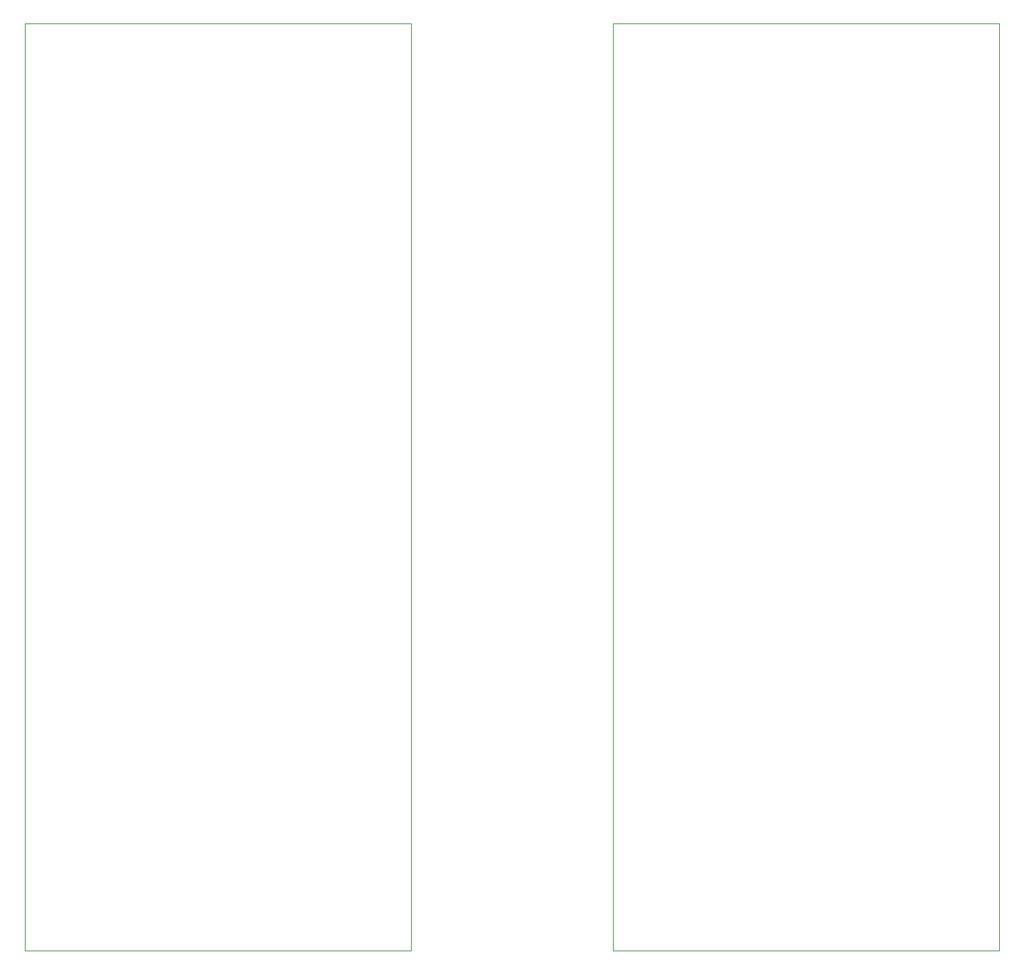
<source format=gbr>
%TF.GenerationSoftware,KiCad,Pcbnew,5.1.6-c6e7f7d~87~ubuntu20.04.1*%
%TF.CreationDate,2020-10-30T18:00:46-04:00*%
%TF.ProjectId,midi2cv_ao,6d696469-3263-4765-9f61-6f2e6b696361,rev?*%
%TF.SameCoordinates,Original*%
%TF.FileFunction,Profile,NP*%
%FSLAX46Y46*%
G04 Gerber Fmt 4.6, Leading zero omitted, Abs format (unit mm)*
G04 Created by KiCad (PCBNEW 5.1.6-c6e7f7d~87~ubuntu20.04.1) date 2020-10-30 18:00:46*
%MOMM*%
%LPD*%
G01*
G04 APERTURE LIST*
%TA.AperFunction,Profile*%
%ADD10C,0.100000*%
%TD*%
G04 APERTURE END LIST*
D10*
X110000000Y-175500000D02*
X110000000Y-65000000D01*
X156000000Y-175500000D02*
X110000000Y-175500000D01*
X156000000Y-65000000D02*
X156000000Y-175500000D01*
X110000000Y-65000000D02*
X156000000Y-65000000D01*
X40000000Y-175500000D02*
X40000000Y-65000000D01*
X86000000Y-175500000D02*
X40000000Y-175500000D01*
X86000000Y-65000000D02*
X86000000Y-175500000D01*
X40000000Y-65000000D02*
X86000000Y-65000000D01*
M02*

</source>
